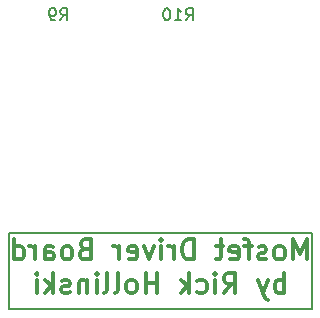
<source format=gbr>
G04 #@! TF.GenerationSoftware,KiCad,Pcbnew,(5.0.0)*
G04 #@! TF.CreationDate,2018-11-11T20:44:08+01:00*
G04 #@! TF.ProjectId,MosfetSchaltung_v2,4D6F73666574536368616C74756E675F,rev?*
G04 #@! TF.SameCoordinates,Original*
G04 #@! TF.FileFunction,Legend,Bot*
G04 #@! TF.FilePolarity,Positive*
%FSLAX46Y46*%
G04 Gerber Fmt 4.6, Leading zero omitted, Abs format (unit mm)*
G04 Created by KiCad (PCBNEW (5.0.0)) date 11/11/18 20:44:08*
%MOMM*%
%LPD*%
G01*
G04 APERTURE LIST*
%ADD10C,0.200000*%
%ADD11C,0.300000*%
%ADD12C,0.150000*%
G04 APERTURE END LIST*
D10*
X97917000Y-106299000D02*
X97917000Y-99822000D01*
X123571000Y-106299000D02*
X97917000Y-106299000D01*
X123571000Y-99822000D02*
X123571000Y-106299000D01*
X97917000Y-99822000D02*
X123571000Y-99822000D01*
D11*
X123129714Y-102087047D02*
X123129714Y-100387047D01*
X122563047Y-101601333D01*
X121996380Y-100387047D01*
X121996380Y-102087047D01*
X120944000Y-102087047D02*
X121105904Y-102006095D01*
X121186857Y-101925142D01*
X121267809Y-101763238D01*
X121267809Y-101277523D01*
X121186857Y-101115619D01*
X121105904Y-101034666D01*
X120944000Y-100953714D01*
X120701142Y-100953714D01*
X120539238Y-101034666D01*
X120458285Y-101115619D01*
X120377333Y-101277523D01*
X120377333Y-101763238D01*
X120458285Y-101925142D01*
X120539238Y-102006095D01*
X120701142Y-102087047D01*
X120944000Y-102087047D01*
X119729714Y-102006095D02*
X119567809Y-102087047D01*
X119244000Y-102087047D01*
X119082095Y-102006095D01*
X119001142Y-101844190D01*
X119001142Y-101763238D01*
X119082095Y-101601333D01*
X119244000Y-101520380D01*
X119486857Y-101520380D01*
X119648761Y-101439428D01*
X119729714Y-101277523D01*
X119729714Y-101196571D01*
X119648761Y-101034666D01*
X119486857Y-100953714D01*
X119244000Y-100953714D01*
X119082095Y-101034666D01*
X118515428Y-100953714D02*
X117867809Y-100953714D01*
X118272571Y-102087047D02*
X118272571Y-100629904D01*
X118191619Y-100468000D01*
X118029714Y-100387047D01*
X117867809Y-100387047D01*
X116653523Y-102006095D02*
X116815428Y-102087047D01*
X117139238Y-102087047D01*
X117301142Y-102006095D01*
X117382095Y-101844190D01*
X117382095Y-101196571D01*
X117301142Y-101034666D01*
X117139238Y-100953714D01*
X116815428Y-100953714D01*
X116653523Y-101034666D01*
X116572571Y-101196571D01*
X116572571Y-101358476D01*
X117382095Y-101520380D01*
X116086857Y-100953714D02*
X115439238Y-100953714D01*
X115844000Y-100387047D02*
X115844000Y-101844190D01*
X115763047Y-102006095D01*
X115601142Y-102087047D01*
X115439238Y-102087047D01*
X113577333Y-102087047D02*
X113577333Y-100387047D01*
X113172571Y-100387047D01*
X112929714Y-100468000D01*
X112767809Y-100629904D01*
X112686857Y-100791809D01*
X112605904Y-101115619D01*
X112605904Y-101358476D01*
X112686857Y-101682285D01*
X112767809Y-101844190D01*
X112929714Y-102006095D01*
X113172571Y-102087047D01*
X113577333Y-102087047D01*
X111877333Y-102087047D02*
X111877333Y-100953714D01*
X111877333Y-101277523D02*
X111796380Y-101115619D01*
X111715428Y-101034666D01*
X111553523Y-100953714D01*
X111391619Y-100953714D01*
X110824952Y-102087047D02*
X110824952Y-100953714D01*
X110824952Y-100387047D02*
X110905904Y-100468000D01*
X110824952Y-100548952D01*
X110743999Y-100468000D01*
X110824952Y-100387047D01*
X110824952Y-100548952D01*
X110177333Y-100953714D02*
X109772571Y-102087047D01*
X109367809Y-100953714D01*
X108072571Y-102006095D02*
X108234476Y-102087047D01*
X108558285Y-102087047D01*
X108720190Y-102006095D01*
X108801142Y-101844190D01*
X108801142Y-101196571D01*
X108720190Y-101034666D01*
X108558285Y-100953714D01*
X108234476Y-100953714D01*
X108072571Y-101034666D01*
X107991619Y-101196571D01*
X107991619Y-101358476D01*
X108801142Y-101520380D01*
X107263047Y-102087047D02*
X107263047Y-100953714D01*
X107263047Y-101277523D02*
X107182095Y-101115619D01*
X107101142Y-101034666D01*
X106939238Y-100953714D01*
X106777333Y-100953714D01*
X104348761Y-101196571D02*
X104105904Y-101277523D01*
X104024952Y-101358476D01*
X103944000Y-101520380D01*
X103944000Y-101763238D01*
X104024952Y-101925142D01*
X104105904Y-102006095D01*
X104267809Y-102087047D01*
X104915428Y-102087047D01*
X104915428Y-100387047D01*
X104348761Y-100387047D01*
X104186857Y-100468000D01*
X104105904Y-100548952D01*
X104024952Y-100710857D01*
X104024952Y-100872761D01*
X104105904Y-101034666D01*
X104186857Y-101115619D01*
X104348761Y-101196571D01*
X104915428Y-101196571D01*
X102972571Y-102087047D02*
X103134476Y-102006095D01*
X103215428Y-101925142D01*
X103296380Y-101763238D01*
X103296380Y-101277523D01*
X103215428Y-101115619D01*
X103134476Y-101034666D01*
X102972571Y-100953714D01*
X102729714Y-100953714D01*
X102567809Y-101034666D01*
X102486857Y-101115619D01*
X102405904Y-101277523D01*
X102405904Y-101763238D01*
X102486857Y-101925142D01*
X102567809Y-102006095D01*
X102729714Y-102087047D01*
X102972571Y-102087047D01*
X100948761Y-102087047D02*
X100948761Y-101196571D01*
X101029714Y-101034666D01*
X101191619Y-100953714D01*
X101515428Y-100953714D01*
X101677333Y-101034666D01*
X100948761Y-102006095D02*
X101110666Y-102087047D01*
X101515428Y-102087047D01*
X101677333Y-102006095D01*
X101758285Y-101844190D01*
X101758285Y-101682285D01*
X101677333Y-101520380D01*
X101515428Y-101439428D01*
X101110666Y-101439428D01*
X100948761Y-101358476D01*
X100139238Y-102087047D02*
X100139238Y-100953714D01*
X100139238Y-101277523D02*
X100058285Y-101115619D01*
X99977333Y-101034666D01*
X99815428Y-100953714D01*
X99653523Y-100953714D01*
X98358285Y-102087047D02*
X98358285Y-100387047D01*
X98358285Y-102006095D02*
X98520190Y-102087047D01*
X98844000Y-102087047D01*
X99005904Y-102006095D01*
X99086857Y-101925142D01*
X99167809Y-101763238D01*
X99167809Y-101277523D01*
X99086857Y-101115619D01*
X99005904Y-101034666D01*
X98844000Y-100953714D01*
X98520190Y-100953714D01*
X98358285Y-101034666D01*
X121227333Y-104937047D02*
X121227333Y-103237047D01*
X121227333Y-103884666D02*
X121065428Y-103803714D01*
X120741619Y-103803714D01*
X120579714Y-103884666D01*
X120498761Y-103965619D01*
X120417809Y-104127523D01*
X120417809Y-104613238D01*
X120498761Y-104775142D01*
X120579714Y-104856095D01*
X120741619Y-104937047D01*
X121065428Y-104937047D01*
X121227333Y-104856095D01*
X119851142Y-103803714D02*
X119446380Y-104937047D01*
X119041619Y-103803714D02*
X119446380Y-104937047D01*
X119608285Y-105341809D01*
X119689238Y-105422761D01*
X119851142Y-105503714D01*
X116127333Y-104937047D02*
X116694000Y-104127523D01*
X117098761Y-104937047D02*
X117098761Y-103237047D01*
X116451142Y-103237047D01*
X116289238Y-103318000D01*
X116208285Y-103398952D01*
X116127333Y-103560857D01*
X116127333Y-103803714D01*
X116208285Y-103965619D01*
X116289238Y-104046571D01*
X116451142Y-104127523D01*
X117098761Y-104127523D01*
X115398761Y-104937047D02*
X115398761Y-103803714D01*
X115398761Y-103237047D02*
X115479714Y-103318000D01*
X115398761Y-103398952D01*
X115317809Y-103318000D01*
X115398761Y-103237047D01*
X115398761Y-103398952D01*
X113860666Y-104856095D02*
X114022571Y-104937047D01*
X114346380Y-104937047D01*
X114508285Y-104856095D01*
X114589238Y-104775142D01*
X114670190Y-104613238D01*
X114670190Y-104127523D01*
X114589238Y-103965619D01*
X114508285Y-103884666D01*
X114346380Y-103803714D01*
X114022571Y-103803714D01*
X113860666Y-103884666D01*
X113132095Y-104937047D02*
X113132095Y-103237047D01*
X112970190Y-104289428D02*
X112484476Y-104937047D01*
X112484476Y-103803714D02*
X113132095Y-104451333D01*
X110460666Y-104937047D02*
X110460666Y-103237047D01*
X110460666Y-104046571D02*
X109489238Y-104046571D01*
X109489238Y-104937047D02*
X109489238Y-103237047D01*
X108436857Y-104937047D02*
X108598761Y-104856095D01*
X108679714Y-104775142D01*
X108760666Y-104613238D01*
X108760666Y-104127523D01*
X108679714Y-103965619D01*
X108598761Y-103884666D01*
X108436857Y-103803714D01*
X108194000Y-103803714D01*
X108032095Y-103884666D01*
X107951142Y-103965619D01*
X107870190Y-104127523D01*
X107870190Y-104613238D01*
X107951142Y-104775142D01*
X108032095Y-104856095D01*
X108194000Y-104937047D01*
X108436857Y-104937047D01*
X106898761Y-104937047D02*
X107060666Y-104856095D01*
X107141619Y-104694190D01*
X107141619Y-103237047D01*
X106008285Y-104937047D02*
X106170190Y-104856095D01*
X106251142Y-104694190D01*
X106251142Y-103237047D01*
X105360666Y-104937047D02*
X105360666Y-103803714D01*
X105360666Y-103237047D02*
X105441619Y-103318000D01*
X105360666Y-103398952D01*
X105279714Y-103318000D01*
X105360666Y-103237047D01*
X105360666Y-103398952D01*
X104551142Y-103803714D02*
X104551142Y-104937047D01*
X104551142Y-103965619D02*
X104470190Y-103884666D01*
X104308285Y-103803714D01*
X104065428Y-103803714D01*
X103903523Y-103884666D01*
X103822571Y-104046571D01*
X103822571Y-104937047D01*
X103094000Y-104856095D02*
X102932095Y-104937047D01*
X102608285Y-104937047D01*
X102446380Y-104856095D01*
X102365428Y-104694190D01*
X102365428Y-104613238D01*
X102446380Y-104451333D01*
X102608285Y-104370380D01*
X102851142Y-104370380D01*
X103013047Y-104289428D01*
X103094000Y-104127523D01*
X103094000Y-104046571D01*
X103013047Y-103884666D01*
X102851142Y-103803714D01*
X102608285Y-103803714D01*
X102446380Y-103884666D01*
X101636857Y-104937047D02*
X101636857Y-103237047D01*
X101474952Y-104289428D02*
X100989238Y-104937047D01*
X100989238Y-103803714D02*
X101636857Y-104451333D01*
X100260666Y-104937047D02*
X100260666Y-103803714D01*
X100260666Y-103237047D02*
X100341619Y-103318000D01*
X100260666Y-103398952D01*
X100179714Y-103318000D01*
X100260666Y-103237047D01*
X100260666Y-103398952D01*
G04 #@! TO.C,R9*
D12*
X102274666Y-81832380D02*
X102608000Y-81356190D01*
X102846095Y-81832380D02*
X102846095Y-80832380D01*
X102465142Y-80832380D01*
X102369904Y-80880000D01*
X102322285Y-80927619D01*
X102274666Y-81022857D01*
X102274666Y-81165714D01*
X102322285Y-81260952D01*
X102369904Y-81308571D01*
X102465142Y-81356190D01*
X102846095Y-81356190D01*
X101798476Y-81832380D02*
X101608000Y-81832380D01*
X101512761Y-81784761D01*
X101465142Y-81737142D01*
X101369904Y-81594285D01*
X101322285Y-81403809D01*
X101322285Y-81022857D01*
X101369904Y-80927619D01*
X101417523Y-80880000D01*
X101512761Y-80832380D01*
X101703238Y-80832380D01*
X101798476Y-80880000D01*
X101846095Y-80927619D01*
X101893714Y-81022857D01*
X101893714Y-81260952D01*
X101846095Y-81356190D01*
X101798476Y-81403809D01*
X101703238Y-81451428D01*
X101512761Y-81451428D01*
X101417523Y-81403809D01*
X101369904Y-81356190D01*
X101322285Y-81260952D01*
G04 #@! TO.C,R10*
X112910857Y-81832380D02*
X113244190Y-81356190D01*
X113482285Y-81832380D02*
X113482285Y-80832380D01*
X113101333Y-80832380D01*
X113006095Y-80880000D01*
X112958476Y-80927619D01*
X112910857Y-81022857D01*
X112910857Y-81165714D01*
X112958476Y-81260952D01*
X113006095Y-81308571D01*
X113101333Y-81356190D01*
X113482285Y-81356190D01*
X111958476Y-81832380D02*
X112529904Y-81832380D01*
X112244190Y-81832380D02*
X112244190Y-80832380D01*
X112339428Y-80975238D01*
X112434666Y-81070476D01*
X112529904Y-81118095D01*
X111339428Y-80832380D02*
X111244190Y-80832380D01*
X111148952Y-80880000D01*
X111101333Y-80927619D01*
X111053714Y-81022857D01*
X111006095Y-81213333D01*
X111006095Y-81451428D01*
X111053714Y-81641904D01*
X111101333Y-81737142D01*
X111148952Y-81784761D01*
X111244190Y-81832380D01*
X111339428Y-81832380D01*
X111434666Y-81784761D01*
X111482285Y-81737142D01*
X111529904Y-81641904D01*
X111577523Y-81451428D01*
X111577523Y-81213333D01*
X111529904Y-81022857D01*
X111482285Y-80927619D01*
X111434666Y-80880000D01*
X111339428Y-80832380D01*
G04 #@! TD*
M02*

</source>
